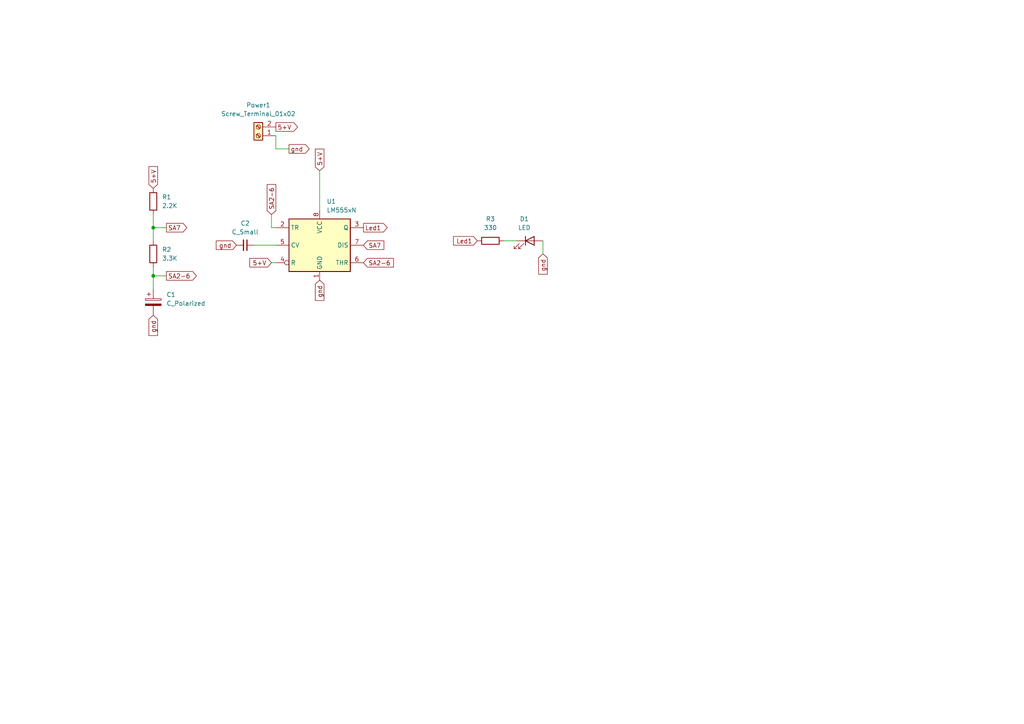
<source format=kicad_sch>
(kicad_sch (version 20211123) (generator eeschema)

  (uuid 63ca3b50-e810-4069-998d-78d5cc9db582)

  (paper "A4")

  (lib_symbols
    (symbol "Connector:Screw_Terminal_01x02" (pin_names (offset 1.016) hide) (in_bom yes) (on_board yes)
      (property "Reference" "J" (id 0) (at 0 2.54 0)
        (effects (font (size 1.27 1.27)))
      )
      (property "Value" "Screw_Terminal_01x02" (id 1) (at 0 -5.08 0)
        (effects (font (size 1.27 1.27)))
      )
      (property "Footprint" "" (id 2) (at 0 0 0)
        (effects (font (size 1.27 1.27)) hide)
      )
      (property "Datasheet" "~" (id 3) (at 0 0 0)
        (effects (font (size 1.27 1.27)) hide)
      )
      (property "ki_keywords" "screw terminal" (id 4) (at 0 0 0)
        (effects (font (size 1.27 1.27)) hide)
      )
      (property "ki_description" "Generic screw terminal, single row, 01x02, script generated (kicad-library-utils/schlib/autogen/connector/)" (id 5) (at 0 0 0)
        (effects (font (size 1.27 1.27)) hide)
      )
      (property "ki_fp_filters" "TerminalBlock*:*" (id 6) (at 0 0 0)
        (effects (font (size 1.27 1.27)) hide)
      )
      (symbol "Screw_Terminal_01x02_1_1"
        (rectangle (start -1.27 1.27) (end 1.27 -3.81)
          (stroke (width 0.254) (type default) (color 0 0 0 0))
          (fill (type background))
        )
        (circle (center 0 -2.54) (radius 0.635)
          (stroke (width 0.1524) (type default) (color 0 0 0 0))
          (fill (type none))
        )
        (polyline
          (pts
            (xy -0.5334 -2.2098)
            (xy 0.3302 -3.048)
          )
          (stroke (width 0.1524) (type default) (color 0 0 0 0))
          (fill (type none))
        )
        (polyline
          (pts
            (xy -0.5334 0.3302)
            (xy 0.3302 -0.508)
          )
          (stroke (width 0.1524) (type default) (color 0 0 0 0))
          (fill (type none))
        )
        (polyline
          (pts
            (xy -0.3556 -2.032)
            (xy 0.508 -2.8702)
          )
          (stroke (width 0.1524) (type default) (color 0 0 0 0))
          (fill (type none))
        )
        (polyline
          (pts
            (xy -0.3556 0.508)
            (xy 0.508 -0.3302)
          )
          (stroke (width 0.1524) (type default) (color 0 0 0 0))
          (fill (type none))
        )
        (circle (center 0 0) (radius 0.635)
          (stroke (width 0.1524) (type default) (color 0 0 0 0))
          (fill (type none))
        )
        (pin passive line (at -5.08 0 0) (length 3.81)
          (name "Pin_1" (effects (font (size 1.27 1.27))))
          (number "1" (effects (font (size 1.27 1.27))))
        )
        (pin passive line (at -5.08 -2.54 0) (length 3.81)
          (name "Pin_2" (effects (font (size 1.27 1.27))))
          (number "2" (effects (font (size 1.27 1.27))))
        )
      )
    )
    (symbol "Device:C_Polarized" (pin_numbers hide) (pin_names (offset 0.254)) (in_bom yes) (on_board yes)
      (property "Reference" "C" (id 0) (at 0.635 2.54 0)
        (effects (font (size 1.27 1.27)) (justify left))
      )
      (property "Value" "C_Polarized" (id 1) (at 0.635 -2.54 0)
        (effects (font (size 1.27 1.27)) (justify left))
      )
      (property "Footprint" "" (id 2) (at 0.9652 -3.81 0)
        (effects (font (size 1.27 1.27)) hide)
      )
      (property "Datasheet" "~" (id 3) (at 0 0 0)
        (effects (font (size 1.27 1.27)) hide)
      )
      (property "ki_keywords" "cap capacitor" (id 4) (at 0 0 0)
        (effects (font (size 1.27 1.27)) hide)
      )
      (property "ki_description" "Polarized capacitor" (id 5) (at 0 0 0)
        (effects (font (size 1.27 1.27)) hide)
      )
      (property "ki_fp_filters" "CP_*" (id 6) (at 0 0 0)
        (effects (font (size 1.27 1.27)) hide)
      )
      (symbol "C_Polarized_0_1"
        (rectangle (start -2.286 0.508) (end 2.286 1.016)
          (stroke (width 0) (type default) (color 0 0 0 0))
          (fill (type none))
        )
        (polyline
          (pts
            (xy -1.778 2.286)
            (xy -0.762 2.286)
          )
          (stroke (width 0) (type default) (color 0 0 0 0))
          (fill (type none))
        )
        (polyline
          (pts
            (xy -1.27 2.794)
            (xy -1.27 1.778)
          )
          (stroke (width 0) (type default) (color 0 0 0 0))
          (fill (type none))
        )
        (rectangle (start 2.286 -0.508) (end -2.286 -1.016)
          (stroke (width 0) (type default) (color 0 0 0 0))
          (fill (type outline))
        )
      )
      (symbol "C_Polarized_1_1"
        (pin passive line (at 0 3.81 270) (length 2.794)
          (name "~" (effects (font (size 1.27 1.27))))
          (number "1" (effects (font (size 1.27 1.27))))
        )
        (pin passive line (at 0 -3.81 90) (length 2.794)
          (name "~" (effects (font (size 1.27 1.27))))
          (number "2" (effects (font (size 1.27 1.27))))
        )
      )
    )
    (symbol "Device:C_Small" (pin_numbers hide) (pin_names (offset 0.254) hide) (in_bom yes) (on_board yes)
      (property "Reference" "C" (id 0) (at 0.254 1.778 0)
        (effects (font (size 1.27 1.27)) (justify left))
      )
      (property "Value" "C_Small" (id 1) (at 0.254 -2.032 0)
        (effects (font (size 1.27 1.27)) (justify left))
      )
      (property "Footprint" "" (id 2) (at 0 0 0)
        (effects (font (size 1.27 1.27)) hide)
      )
      (property "Datasheet" "~" (id 3) (at 0 0 0)
        (effects (font (size 1.27 1.27)) hide)
      )
      (property "ki_keywords" "capacitor cap" (id 4) (at 0 0 0)
        (effects (font (size 1.27 1.27)) hide)
      )
      (property "ki_description" "Unpolarized capacitor, small symbol" (id 5) (at 0 0 0)
        (effects (font (size 1.27 1.27)) hide)
      )
      (property "ki_fp_filters" "C_*" (id 6) (at 0 0 0)
        (effects (font (size 1.27 1.27)) hide)
      )
      (symbol "C_Small_0_1"
        (polyline
          (pts
            (xy -1.524 -0.508)
            (xy 1.524 -0.508)
          )
          (stroke (width 0.3302) (type default) (color 0 0 0 0))
          (fill (type none))
        )
        (polyline
          (pts
            (xy -1.524 0.508)
            (xy 1.524 0.508)
          )
          (stroke (width 0.3048) (type default) (color 0 0 0 0))
          (fill (type none))
        )
      )
      (symbol "C_Small_1_1"
        (pin passive line (at 0 2.54 270) (length 2.032)
          (name "~" (effects (font (size 1.27 1.27))))
          (number "1" (effects (font (size 1.27 1.27))))
        )
        (pin passive line (at 0 -2.54 90) (length 2.032)
          (name "~" (effects (font (size 1.27 1.27))))
          (number "2" (effects (font (size 1.27 1.27))))
        )
      )
    )
    (symbol "Device:LED" (pin_numbers hide) (pin_names (offset 1.016) hide) (in_bom yes) (on_board yes)
      (property "Reference" "D" (id 0) (at 0 2.54 0)
        (effects (font (size 1.27 1.27)))
      )
      (property "Value" "LED" (id 1) (at 0 -2.54 0)
        (effects (font (size 1.27 1.27)))
      )
      (property "Footprint" "" (id 2) (at 0 0 0)
        (effects (font (size 1.27 1.27)) hide)
      )
      (property "Datasheet" "~" (id 3) (at 0 0 0)
        (effects (font (size 1.27 1.27)) hide)
      )
      (property "ki_keywords" "LED diode" (id 4) (at 0 0 0)
        (effects (font (size 1.27 1.27)) hide)
      )
      (property "ki_description" "Light emitting diode" (id 5) (at 0 0 0)
        (effects (font (size 1.27 1.27)) hide)
      )
      (property "ki_fp_filters" "LED* LED_SMD:* LED_THT:*" (id 6) (at 0 0 0)
        (effects (font (size 1.27 1.27)) hide)
      )
      (symbol "LED_0_1"
        (polyline
          (pts
            (xy -1.27 -1.27)
            (xy -1.27 1.27)
          )
          (stroke (width 0.254) (type default) (color 0 0 0 0))
          (fill (type none))
        )
        (polyline
          (pts
            (xy -1.27 0)
            (xy 1.27 0)
          )
          (stroke (width 0) (type default) (color 0 0 0 0))
          (fill (type none))
        )
        (polyline
          (pts
            (xy 1.27 -1.27)
            (xy 1.27 1.27)
            (xy -1.27 0)
            (xy 1.27 -1.27)
          )
          (stroke (width 0.254) (type default) (color 0 0 0 0))
          (fill (type none))
        )
        (polyline
          (pts
            (xy -3.048 -0.762)
            (xy -4.572 -2.286)
            (xy -3.81 -2.286)
            (xy -4.572 -2.286)
            (xy -4.572 -1.524)
          )
          (stroke (width 0) (type default) (color 0 0 0 0))
          (fill (type none))
        )
        (polyline
          (pts
            (xy -1.778 -0.762)
            (xy -3.302 -2.286)
            (xy -2.54 -2.286)
            (xy -3.302 -2.286)
            (xy -3.302 -1.524)
          )
          (stroke (width 0) (type default) (color 0 0 0 0))
          (fill (type none))
        )
      )
      (symbol "LED_1_1"
        (pin passive line (at -3.81 0 0) (length 2.54)
          (name "K" (effects (font (size 1.27 1.27))))
          (number "1" (effects (font (size 1.27 1.27))))
        )
        (pin passive line (at 3.81 0 180) (length 2.54)
          (name "A" (effects (font (size 1.27 1.27))))
          (number "2" (effects (font (size 1.27 1.27))))
        )
      )
    )
    (symbol "Device:R" (pin_numbers hide) (pin_names (offset 0)) (in_bom yes) (on_board yes)
      (property "Reference" "R" (id 0) (at 2.032 0 90)
        (effects (font (size 1.27 1.27)))
      )
      (property "Value" "R" (id 1) (at 0 0 90)
        (effects (font (size 1.27 1.27)))
      )
      (property "Footprint" "" (id 2) (at -1.778 0 90)
        (effects (font (size 1.27 1.27)) hide)
      )
      (property "Datasheet" "~" (id 3) (at 0 0 0)
        (effects (font (size 1.27 1.27)) hide)
      )
      (property "ki_keywords" "R res resistor" (id 4) (at 0 0 0)
        (effects (font (size 1.27 1.27)) hide)
      )
      (property "ki_description" "Resistor" (id 5) (at 0 0 0)
        (effects (font (size 1.27 1.27)) hide)
      )
      (property "ki_fp_filters" "R_*" (id 6) (at 0 0 0)
        (effects (font (size 1.27 1.27)) hide)
      )
      (symbol "R_0_1"
        (rectangle (start -1.016 -2.54) (end 1.016 2.54)
          (stroke (width 0.254) (type default) (color 0 0 0 0))
          (fill (type none))
        )
      )
      (symbol "R_1_1"
        (pin passive line (at 0 3.81 270) (length 1.27)
          (name "~" (effects (font (size 1.27 1.27))))
          (number "1" (effects (font (size 1.27 1.27))))
        )
        (pin passive line (at 0 -3.81 90) (length 1.27)
          (name "~" (effects (font (size 1.27 1.27))))
          (number "2" (effects (font (size 1.27 1.27))))
        )
      )
    )
    (symbol "Timer:LM555xN" (in_bom yes) (on_board yes)
      (property "Reference" "U" (id 0) (at -10.16 8.89 0)
        (effects (font (size 1.27 1.27)) (justify left))
      )
      (property "Value" "LM555xN" (id 1) (at 2.54 8.89 0)
        (effects (font (size 1.27 1.27)) (justify left))
      )
      (property "Footprint" "Package_DIP:DIP-8_W7.62mm" (id 2) (at 16.51 -10.16 0)
        (effects (font (size 1.27 1.27)) hide)
      )
      (property "Datasheet" "http://www.ti.com/lit/ds/symlink/lm555.pdf" (id 3) (at 21.59 -10.16 0)
        (effects (font (size 1.27 1.27)) hide)
      )
      (property "ki_keywords" "single timer 555" (id 4) (at 0 0 0)
        (effects (font (size 1.27 1.27)) hide)
      )
      (property "ki_description" "Timer, 555 compatible, PDIP-8" (id 5) (at 0 0 0)
        (effects (font (size 1.27 1.27)) hide)
      )
      (property "ki_fp_filters" "DIP*W7.62mm*" (id 6) (at 0 0 0)
        (effects (font (size 1.27 1.27)) hide)
      )
      (symbol "LM555xN_0_0"
        (pin power_in line (at 0 -10.16 90) (length 2.54)
          (name "GND" (effects (font (size 1.27 1.27))))
          (number "1" (effects (font (size 1.27 1.27))))
        )
        (pin power_in line (at 0 10.16 270) (length 2.54)
          (name "VCC" (effects (font (size 1.27 1.27))))
          (number "8" (effects (font (size 1.27 1.27))))
        )
      )
      (symbol "LM555xN_0_1"
        (rectangle (start -8.89 -7.62) (end 8.89 7.62)
          (stroke (width 0.254) (type default) (color 0 0 0 0))
          (fill (type background))
        )
        (rectangle (start -8.89 -7.62) (end 8.89 7.62)
          (stroke (width 0.254) (type default) (color 0 0 0 0))
          (fill (type background))
        )
      )
      (symbol "LM555xN_1_1"
        (pin input line (at -12.7 5.08 0) (length 3.81)
          (name "TR" (effects (font (size 1.27 1.27))))
          (number "2" (effects (font (size 1.27 1.27))))
        )
        (pin output line (at 12.7 5.08 180) (length 3.81)
          (name "Q" (effects (font (size 1.27 1.27))))
          (number "3" (effects (font (size 1.27 1.27))))
        )
        (pin input inverted (at -12.7 -5.08 0) (length 3.81)
          (name "R" (effects (font (size 1.27 1.27))))
          (number "4" (effects (font (size 1.27 1.27))))
        )
        (pin input line (at -12.7 0 0) (length 3.81)
          (name "CV" (effects (font (size 1.27 1.27))))
          (number "5" (effects (font (size 1.27 1.27))))
        )
        (pin input line (at 12.7 -5.08 180) (length 3.81)
          (name "THR" (effects (font (size 1.27 1.27))))
          (number "6" (effects (font (size 1.27 1.27))))
        )
        (pin input line (at 12.7 0 180) (length 3.81)
          (name "DIS" (effects (font (size 1.27 1.27))))
          (number "7" (effects (font (size 1.27 1.27))))
        )
      )
    )
  )

  (junction (at 44.45 66.04) (diameter 0) (color 0 0 0 0)
    (uuid 2cffeba7-f7b7-40fa-acb7-912a37565210)
  )
  (junction (at 44.45 80.01) (diameter 0) (color 0 0 0 0)
    (uuid eef0e7c7-68d5-40db-a6bd-1fa10055d6d9)
  )

  (wire (pts (xy 92.71 49.53) (xy 92.71 60.96))
    (stroke (width 0) (type default) (color 0 0 0 0))
    (uuid 23b9fc86-ceb5-4e0a-ad3b-a85e280a741a)
  )
  (wire (pts (xy 78.74 76.2) (xy 80.01 76.2))
    (stroke (width 0) (type default) (color 0 0 0 0))
    (uuid 294a721d-1d76-433f-930d-173fb990ae65)
  )
  (wire (pts (xy 146.05 69.85) (xy 149.86 69.85))
    (stroke (width 0) (type default) (color 0 0 0 0))
    (uuid 35d09084-d4b3-4a7c-b81a-d704d7588ce5)
  )
  (wire (pts (xy 80.01 39.37) (xy 80.01 43.18))
    (stroke (width 0) (type default) (color 0 0 0 0))
    (uuid 3aac3690-8a1a-4b3f-a6a2-2b5a94f786df)
  )
  (wire (pts (xy 78.74 66.04) (xy 78.74 62.23))
    (stroke (width 0) (type default) (color 0 0 0 0))
    (uuid 3dde6c69-d99f-490b-87e0-ab61a45de986)
  )
  (wire (pts (xy 44.45 66.04) (xy 44.45 69.85))
    (stroke (width 0) (type default) (color 0 0 0 0))
    (uuid 5520606b-37e7-4851-9737-86bae831adf9)
  )
  (wire (pts (xy 44.45 77.47) (xy 44.45 80.01))
    (stroke (width 0) (type default) (color 0 0 0 0))
    (uuid 5eeee8b5-af60-4ed9-8c81-053ffbe5e928)
  )
  (wire (pts (xy 80.01 43.18) (xy 83.82 43.18))
    (stroke (width 0) (type default) (color 0 0 0 0))
    (uuid 73530aa1-38ad-4607-8569-64749f79d506)
  )
  (wire (pts (xy 44.45 80.01) (xy 48.26 80.01))
    (stroke (width 0) (type default) (color 0 0 0 0))
    (uuid 77ed262f-3770-4e54-a0bd-fc8a226637b2)
  )
  (wire (pts (xy 73.66 71.12) (xy 80.01 71.12))
    (stroke (width 0) (type default) (color 0 0 0 0))
    (uuid 7b29bef0-7d3f-4be2-88c2-8b2e0cfe305f)
  )
  (wire (pts (xy 80.01 66.04) (xy 78.74 66.04))
    (stroke (width 0) (type default) (color 0 0 0 0))
    (uuid 9941dc14-be5c-469c-b7df-01e0668d3ca2)
  )
  (wire (pts (xy 157.48 73.66) (xy 157.48 69.85))
    (stroke (width 0) (type default) (color 0 0 0 0))
    (uuid a40e3259-2f87-4280-a74b-0eb48053e151)
  )
  (wire (pts (xy 44.45 62.23) (xy 44.45 66.04))
    (stroke (width 0) (type default) (color 0 0 0 0))
    (uuid b0c4b628-a653-428c-a032-1c61c0d09de9)
  )
  (wire (pts (xy 44.45 80.01) (xy 44.45 83.82))
    (stroke (width 0) (type default) (color 0 0 0 0))
    (uuid c2c982df-ddf9-4424-aa9b-37492c6e590b)
  )
  (wire (pts (xy 44.45 66.04) (xy 48.26 66.04))
    (stroke (width 0) (type default) (color 0 0 0 0))
    (uuid d4089453-110d-4e51-bc4e-c9fa8f69c50f)
  )

  (global_label "SA2-6" (shape input) (at 78.74 62.23 90) (fields_autoplaced)
    (effects (font (size 1.27 1.27)) (justify left))
    (uuid 1cb456cb-4a3d-4c53-90d2-dd79dcb1155a)
    (property "Intersheet References" "${INTERSHEET_REFS}" (id 0) (at 78.6606 53.5274 90)
      (effects (font (size 1.27 1.27)) (justify left) hide)
    )
  )
  (global_label "Led1" (shape input) (at 138.43 69.85 180) (fields_autoplaced)
    (effects (font (size 1.27 1.27)) (justify right))
    (uuid 4e7db004-dcf1-4f27-9b7e-92d0bdeed1e2)
    (property "Intersheet References" "${INTERSHEET_REFS}" (id 0) (at 131.5417 69.7706 0)
      (effects (font (size 1.27 1.27)) (justify right) hide)
    )
  )
  (global_label "gnd" (shape input) (at 157.48 73.66 270) (fields_autoplaced)
    (effects (font (size 1.27 1.27)) (justify right))
    (uuid 616eba27-717c-4680-9a9e-880abfcd0140)
    (property "Intersheet References" "${INTERSHEET_REFS}" (id 0) (at 157.4006 79.5202 90)
      (effects (font (size 1.27 1.27)) (justify right) hide)
    )
  )
  (global_label "5+V" (shape input) (at 44.45 54.61 90) (fields_autoplaced)
    (effects (font (size 1.27 1.27)) (justify left))
    (uuid 6d44303a-853c-4dd0-a8b8-847a5f586853)
    (property "Intersheet References" "${INTERSHEET_REFS}" (id 0) (at 44.3706 48.3264 90)
      (effects (font (size 1.27 1.27)) (justify left) hide)
    )
  )
  (global_label "gnd" (shape output) (at 83.82 43.18 0) (fields_autoplaced)
    (effects (font (size 1.27 1.27)) (justify left))
    (uuid 72864154-7fec-4b25-a3d1-4f5dd130a984)
    (property "Intersheet References" "${INTERSHEET_REFS}" (id 0) (at 89.6802 43.1006 0)
      (effects (font (size 1.27 1.27)) (justify left) hide)
    )
  )
  (global_label "SA7" (shape output) (at 48.26 66.04 0) (fields_autoplaced)
    (effects (font (size 1.27 1.27)) (justify left))
    (uuid 8603de12-815b-4cf5-b391-6d2b4b94e58c)
    (property "Intersheet References" "${INTERSHEET_REFS}" (id 0) (at 54.1807 65.9606 0)
      (effects (font (size 1.27 1.27)) (justify left) hide)
    )
  )
  (global_label "gnd" (shape input) (at 92.71 81.28 270) (fields_autoplaced)
    (effects (font (size 1.27 1.27)) (justify right))
    (uuid 9119f78d-63ab-44ca-89f5-a31cc669038f)
    (property "Intersheet References" "${INTERSHEET_REFS}" (id 0) (at 92.6306 87.1402 90)
      (effects (font (size 1.27 1.27)) (justify right) hide)
    )
  )
  (global_label "gnd" (shape input) (at 68.58 71.12 180) (fields_autoplaced)
    (effects (font (size 1.27 1.27)) (justify right))
    (uuid 91ca7d3f-fcad-44ef-bd8a-19d08a09f453)
    (property "Intersheet References" "${INTERSHEET_REFS}" (id 0) (at 62.7198 71.0406 0)
      (effects (font (size 1.27 1.27)) (justify right) hide)
    )
  )
  (global_label "Led1" (shape output) (at 105.41 66.04 0) (fields_autoplaced)
    (effects (font (size 1.27 1.27)) (justify left))
    (uuid a7ad7a51-93b0-4f9e-ab00-ebcce12ed5f6)
    (property "Intersheet References" "${INTERSHEET_REFS}" (id 0) (at 112.2983 65.9606 0)
      (effects (font (size 1.27 1.27)) (justify left) hide)
    )
  )
  (global_label "SA2-6" (shape output) (at 48.26 80.01 0) (fields_autoplaced)
    (effects (font (size 1.27 1.27)) (justify left))
    (uuid bbb34e9a-e0c1-495f-8a17-c34565b3a8af)
    (property "Intersheet References" "${INTERSHEET_REFS}" (id 0) (at 56.9626 79.9306 0)
      (effects (font (size 1.27 1.27)) (justify left) hide)
    )
  )
  (global_label "SA2-6" (shape input) (at 105.41 76.2 0) (fields_autoplaced)
    (effects (font (size 1.27 1.27)) (justify left))
    (uuid c2413bea-23c2-443f-b3a4-53112ef6f815)
    (property "Intersheet References" "${INTERSHEET_REFS}" (id 0) (at 114.1126 76.1206 0)
      (effects (font (size 1.27 1.27)) (justify left) hide)
    )
  )
  (global_label "5+V" (shape input) (at 92.71 49.53 90) (fields_autoplaced)
    (effects (font (size 1.27 1.27)) (justify left))
    (uuid c2ab53ad-3169-4bff-bab8-d1ab06209a98)
    (property "Intersheet References" "${INTERSHEET_REFS}" (id 0) (at 92.6306 43.2464 90)
      (effects (font (size 1.27 1.27)) (justify left) hide)
    )
  )
  (global_label "5+V" (shape input) (at 78.74 76.2 180) (fields_autoplaced)
    (effects (font (size 1.27 1.27)) (justify right))
    (uuid c9dc7fe6-7b4e-4d16-b127-64707a8cdaca)
    (property "Intersheet References" "${INTERSHEET_REFS}" (id 0) (at 72.4564 76.2794 0)
      (effects (font (size 1.27 1.27)) (justify right) hide)
    )
  )
  (global_label "SA7" (shape input) (at 105.41 71.12 0) (fields_autoplaced)
    (effects (font (size 1.27 1.27)) (justify left))
    (uuid cfb84e06-3291-412c-a7d2-5c8c568a0ce3)
    (property "Intersheet References" "${INTERSHEET_REFS}" (id 0) (at 111.3307 71.0406 0)
      (effects (font (size 1.27 1.27)) (justify left) hide)
    )
  )
  (global_label "5+V" (shape output) (at 80.01 36.83 0) (fields_autoplaced)
    (effects (font (size 1.27 1.27)) (justify left))
    (uuid f61cc16f-eec8-4fcd-a597-785b0ebe771d)
    (property "Intersheet References" "${INTERSHEET_REFS}" (id 0) (at 86.2936 36.7506 0)
      (effects (font (size 1.27 1.27)) (justify left) hide)
    )
  )
  (global_label "gnd" (shape input) (at 44.45 91.44 270) (fields_autoplaced)
    (effects (font (size 1.27 1.27)) (justify right))
    (uuid f6701f25-df20-4d1c-96c8-bf03326bd16f)
    (property "Intersheet References" "${INTERSHEET_REFS}" (id 0) (at 44.5294 97.3002 90)
      (effects (font (size 1.27 1.27)) (justify right) hide)
    )
  )

  (symbol (lib_id "Device:C_Polarized") (at 44.45 87.63 0) (unit 1)
    (in_bom yes) (on_board yes) (fields_autoplaced)
    (uuid 176976d2-c469-4fa7-8cb1-8a69574eae8d)
    (property "Reference" "C1" (id 0) (at 48.26 85.4709 0)
      (effects (font (size 1.27 1.27)) (justify left))
    )
    (property "Value" "C_Polarized" (id 1) (at 48.26 88.0109 0)
      (effects (font (size 1.27 1.27)) (justify left))
    )
    (property "Footprint" "" (id 2) (at 45.4152 91.44 0)
      (effects (font (size 1.27 1.27)) hide)
    )
    (property "Datasheet" "~" (id 3) (at 44.45 87.63 0)
      (effects (font (size 1.27 1.27)) hide)
    )
    (pin "1" (uuid 4e8b4370-cab4-4d00-bbbb-e6671e169e15))
    (pin "2" (uuid 082a5912-c1eb-40de-8732-0493bf036b2f))
  )

  (symbol (lib_id "Device:C_Small") (at 71.12 71.12 270) (unit 1)
    (in_bom yes) (on_board yes) (fields_autoplaced)
    (uuid 327933e7-ba42-4c6b-bc00-eb625e393a18)
    (property "Reference" "C2" (id 0) (at 71.1136 64.77 90))
    (property "Value" "C_Small" (id 1) (at 71.1136 67.31 90))
    (property "Footprint" "Capacitor_THT:C_Axial_L5.1mm_D3.1mm_P10.00mm_Horizontal" (id 2) (at 71.12 71.12 0)
      (effects (font (size 1.27 1.27)) hide)
    )
    (property "Datasheet" "~" (id 3) (at 71.12 71.12 0)
      (effects (font (size 1.27 1.27)) hide)
    )
    (pin "1" (uuid 3b0bfe90-7b04-4517-a6d0-9921c20e6d86))
    (pin "2" (uuid 9982d057-8545-47d6-8afa-486ff7ac26b8))
  )

  (symbol (lib_id "Device:R") (at 44.45 58.42 0) (unit 1)
    (in_bom yes) (on_board yes) (fields_autoplaced)
    (uuid 57e77c98-fd93-48f7-92f7-75d75820bc59)
    (property "Reference" "R1" (id 0) (at 46.99 57.1499 0)
      (effects (font (size 1.27 1.27)) (justify left))
    )
    (property "Value" "2.2K" (id 1) (at 46.99 59.6899 0)
      (effects (font (size 1.27 1.27)) (justify left))
    )
    (property "Footprint" "Resistor_THT:R_Axial_DIN0207_L6.3mm_D2.5mm_P15.24mm_Horizontal" (id 2) (at 42.672 58.42 90)
      (effects (font (size 1.27 1.27)) hide)
    )
    (property "Datasheet" "~" (id 3) (at 44.45 58.42 0)
      (effects (font (size 1.27 1.27)) hide)
    )
    (pin "1" (uuid bca3b076-0982-46ae-8dc4-52513fff5be5))
    (pin "2" (uuid a2899d08-1ded-4603-b33f-76e891155d1f))
  )

  (symbol (lib_id "Connector:Screw_Terminal_01x02") (at 74.93 39.37 180) (unit 1)
    (in_bom yes) (on_board yes) (fields_autoplaced)
    (uuid 800df797-5a5b-4b64-841d-93f8a16497e3)
    (property "Reference" "Power1" (id 0) (at 74.93 30.48 0))
    (property "Value" "Screw_Terminal_01x02" (id 1) (at 74.93 33.02 0))
    (property "Footprint" "TerminalBlock:TerminalBlock_bornier-2_P5.08mm" (id 2) (at 74.93 39.37 0)
      (effects (font (size 1.27 1.27)) hide)
    )
    (property "Datasheet" "~" (id 3) (at 74.93 39.37 0)
      (effects (font (size 1.27 1.27)) hide)
    )
    (pin "1" (uuid 95de34fe-9e95-42d5-bc05-d7f5b3f00244))
    (pin "2" (uuid e02ff4fe-3d90-401e-a4d3-c0989516e7f5))
  )

  (symbol (lib_id "Device:R") (at 142.24 69.85 90) (unit 1)
    (in_bom yes) (on_board yes) (fields_autoplaced)
    (uuid 98a0669e-4b51-4c20-b86e-c7e884aeefe0)
    (property "Reference" "R3" (id 0) (at 142.24 63.5 90))
    (property "Value" "330" (id 1) (at 142.24 66.04 90))
    (property "Footprint" "Resistor_THT:R_Axial_DIN0207_L6.3mm_D2.5mm_P15.24mm_Horizontal" (id 2) (at 142.24 71.628 90)
      (effects (font (size 1.27 1.27)) hide)
    )
    (property "Datasheet" "~" (id 3) (at 142.24 69.85 0)
      (effects (font (size 1.27 1.27)) hide)
    )
    (pin "1" (uuid 7aa281a7-2396-4e97-af81-ab2873bb5dea))
    (pin "2" (uuid d1796db2-75e8-4158-a1cc-c763b64b4d95))
  )

  (symbol (lib_id "Timer:LM555xN") (at 92.71 71.12 0) (unit 1)
    (in_bom yes) (on_board yes) (fields_autoplaced)
    (uuid a194eefd-0700-4a64-aaaf-3b94980f6465)
    (property "Reference" "U1" (id 0) (at 94.7294 58.42 0)
      (effects (font (size 1.27 1.27)) (justify left))
    )
    (property "Value" "LM555xN" (id 1) (at 94.7294 60.96 0)
      (effects (font (size 1.27 1.27)) (justify left))
    )
    (property "Footprint" "Package_DIP:DIP-8_W7.62mm" (id 2) (at 109.22 81.28 0)
      (effects (font (size 1.27 1.27)) hide)
    )
    (property "Datasheet" "http://www.ti.com/lit/ds/symlink/lm555.pdf" (id 3) (at 114.3 81.28 0)
      (effects (font (size 1.27 1.27)) hide)
    )
    (pin "1" (uuid 1e0f9d4d-ab0a-4eb7-b2ff-47bc5319cdde))
    (pin "8" (uuid e578acbc-b878-4e58-8c4a-5000e6a74a39))
    (pin "2" (uuid 21b8a8e2-e18d-4bf6-b534-ecd8ec25ded8))
    (pin "3" (uuid f3f9ea18-7779-42b7-a350-7b3c0c12d9a6))
    (pin "4" (uuid 5edd184f-f09d-4bfa-bb8e-5b9057ca04ec))
    (pin "5" (uuid 317f3f2a-aa51-4653-84e7-44c17eab1ea0))
    (pin "6" (uuid a3e64018-6505-41ad-b5b7-715aaad0fa5e))
    (pin "7" (uuid 4beb8e46-69ad-44e7-921b-0eef82d1a4d0))
  )

  (symbol (lib_id "Device:LED") (at 153.67 69.85 0) (unit 1)
    (in_bom yes) (on_board yes) (fields_autoplaced)
    (uuid d3739cff-b177-4a9d-afe6-bb9a27ff2635)
    (property "Reference" "D1" (id 0) (at 152.0825 63.5 0))
    (property "Value" "LED" (id 1) (at 152.0825 66.04 0))
    (property "Footprint" "LED_THT:LED_D3.0mm" (id 2) (at 153.67 69.85 0)
      (effects (font (size 1.27 1.27)) hide)
    )
    (property "Datasheet" "~" (id 3) (at 153.67 69.85 0)
      (effects (font (size 1.27 1.27)) hide)
    )
    (pin "1" (uuid 58981a78-1dc8-456d-a738-48479a54bdc8))
    (pin "2" (uuid 55a4f034-0f8a-4f29-be0c-6041e9956529))
  )

  (symbol (lib_id "Device:R") (at 44.45 73.66 0) (unit 1)
    (in_bom yes) (on_board yes) (fields_autoplaced)
    (uuid f835846b-f735-4643-b410-1930a0803718)
    (property "Reference" "R2" (id 0) (at 46.99 72.3899 0)
      (effects (font (size 1.27 1.27)) (justify left))
    )
    (property "Value" "3.3K" (id 1) (at 46.99 74.9299 0)
      (effects (font (size 1.27 1.27)) (justify left))
    )
    (property "Footprint" "Resistor_THT:R_Axial_DIN0207_L6.3mm_D2.5mm_P15.24mm_Horizontal" (id 2) (at 42.672 73.66 90)
      (effects (font (size 1.27 1.27)) hide)
    )
    (property "Datasheet" "~" (id 3) (at 44.45 73.66 0)
      (effects (font (size 1.27 1.27)) hide)
    )
    (pin "1" (uuid 0bb69596-61e7-4599-a2c6-76aedffc42b8))
    (pin "2" (uuid 8966aad1-7412-4b61-9b76-bf82c602ea70))
  )

  (sheet_instances
    (path "/" (page "1"))
  )

  (symbol_instances
    (path "/176976d2-c469-4fa7-8cb1-8a69574eae8d"
      (reference "C1") (unit 1) (value "C_Polarized") (footprint "")
    )
    (path "/327933e7-ba42-4c6b-bc00-eb625e393a18"
      (reference "C2") (unit 1) (value "C_Small") (footprint "Capacitor_THT:C_Axial_L5.1mm_D3.1mm_P10.00mm_Horizontal")
    )
    (path "/d3739cff-b177-4a9d-afe6-bb9a27ff2635"
      (reference "D1") (unit 1) (value "LED") (footprint "LED_THT:LED_D3.0mm")
    )
    (path "/800df797-5a5b-4b64-841d-93f8a16497e3"
      (reference "Power1") (unit 1) (value "Screw_Terminal_01x02") (footprint "TerminalBlock:TerminalBlock_bornier-2_P5.08mm")
    )
    (path "/57e77c98-fd93-48f7-92f7-75d75820bc59"
      (reference "R1") (unit 1) (value "2.2K") (footprint "Resistor_THT:R_Axial_DIN0207_L6.3mm_D2.5mm_P15.24mm_Horizontal")
    )
    (path "/f835846b-f735-4643-b410-1930a0803718"
      (reference "R2") (unit 1) (value "3.3K") (footprint "Resistor_THT:R_Axial_DIN0207_L6.3mm_D2.5mm_P15.24mm_Horizontal")
    )
    (path "/98a0669e-4b51-4c20-b86e-c7e884aeefe0"
      (reference "R3") (unit 1) (value "330") (footprint "Resistor_THT:R_Axial_DIN0207_L6.3mm_D2.5mm_P15.24mm_Horizontal")
    )
    (path "/a194eefd-0700-4a64-aaaf-3b94980f6465"
      (reference "U1") (unit 1) (value "LM555xN") (footprint "Package_DIP:DIP-8_W7.62mm")
    )
  )
)

</source>
